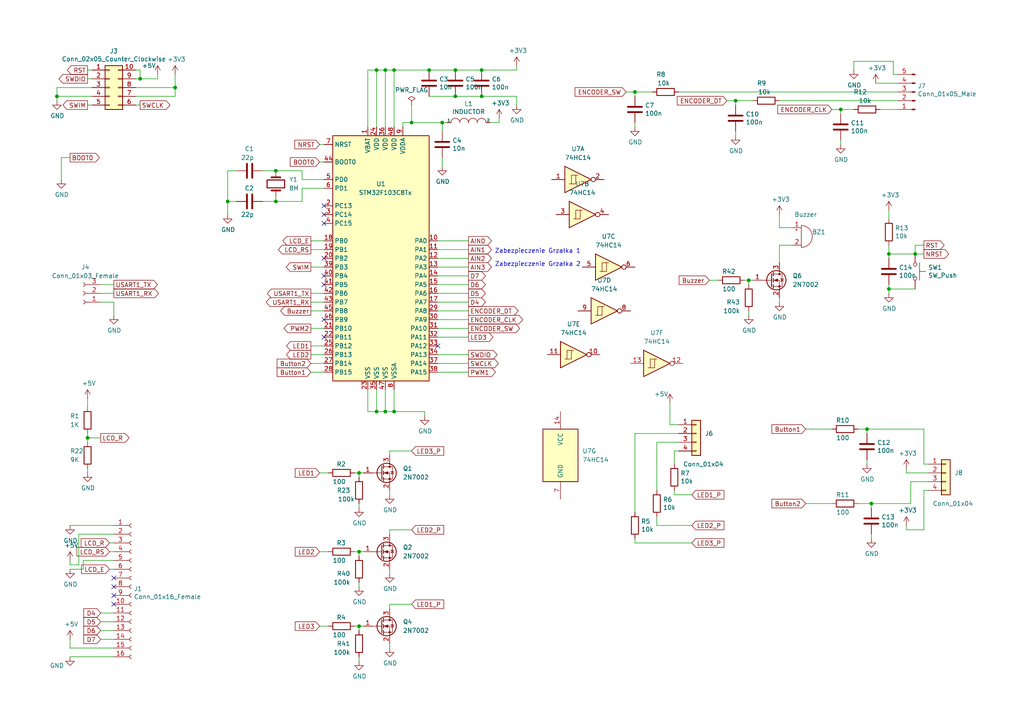
<source format=kicad_sch>
(kicad_sch (version 20231120) (generator "eeschema") (generator_version "8.0")
  (paper "A4")
  (title_block (rev "v2.0"))
  (junction (at 119.38 35.56))
  (junction (at 217.17 81.28))
  (junction (at 109.22 20.32))
  (junction (at 109.22 119.38))
  (junction (at 265.43 73.66))
  (junction (at 213.36 29.21))
  (junction (at 128.27 35.56))
  (junction (at 80.01 58.42))
  (junction (at 114.3 119.38))
  (junction (at 25.4 127))
  (junction (at 251.46 124.46))
  (junction (at 139.7 27.94))
  (junction (at 111.76 20.32))
  (junction (at 132.08 27.94))
  (junction (at 40.64 22.86))
  (junction (at 124.46 20.32))
  (junction (at 66.04 58.42))
  (junction (at 16.51 27.94))
  (junction (at 50.8 25.4))
  (junction (at 104.14 160.02))
  (junction (at 257.81 83.82))
  (junction (at 132.08 20.32))
  (junction (at 104.14 181.61))
  (junction (at 184.15 26.67))
  (junction (at 104.14 137.16))
  (junction (at 243.84 31.75))
  (junction (at 80.01 49.53))
  (junction (at 252.73 146.05))
  (junction (at 257.81 73.66))
  (junction (at 139.7 20.32))
  (junction (at 111.76 119.38))
  (junction (at 114.3 20.32))
  (no_connect (at 33.02 172.72))
  (no_connect (at 93.98 92.71))
  (no_connect (at 93.98 64.77))
  (no_connect (at 93.98 62.23))
  (no_connect (at 93.98 59.69))
  (no_connect (at 33.02 167.64))
  (no_connect (at 33.02 170.18))
  (no_connect (at 33.02 175.26))
  (no_connect (at 93.98 74.93))
  (no_connect (at 93.98 97.79))
  (no_connect (at 93.98 82.55))
  (no_connect (at 127 100.33))
  (no_connect (at 93.98 80.01))
  (wire (pts (xy 127 85.09) (xy 135.89 85.09)))
  (wire (pts (xy 87.63 58.42) (xy 80.01 58.42)))
  (wire (pts (xy 113.03 175.26) (xy 113.03 176.53)))
  (wire (pts (xy 226.06 71.12) (xy 229.87 71.12)))
  (wire (pts (xy 66.04 49.53) (xy 68.58 49.53)))
  (wire (pts (xy 92.71 41.91) (xy 93.98 41.91)))
  (wire (pts (xy 66.04 58.42) (xy 66.04 49.53)))
  (wire (pts (xy 195.58 142.24) (xy 195.58 143.51)))
  (wire (pts (xy 104.14 160.02) (xy 104.14 161.29)))
  (wire (pts (xy 127 95.25) (xy 135.89 95.25)))
  (wire (pts (xy 247.65 17.78) (xy 247.65 20.32)))
  (wire (pts (xy 184.15 26.67) (xy 184.15 27.94)))
  (wire (pts (xy 116.84 35.56) (xy 119.38 35.56)))
  (wire (pts (xy 226.06 86.36) (xy 226.06 87.63)))
  (wire (pts (xy 144.78 35.56) (xy 144.78 34.29)))
  (wire (pts (xy 33.02 190.5) (xy 20.32 190.5)))
  (wire (pts (xy 248.92 146.05) (xy 252.73 146.05)))
  (wire (pts (xy 102.87 160.02) (xy 104.14 160.02)))
  (wire (pts (xy 243.84 31.75) (xy 243.84 33.02)))
  (wire (pts (xy 127 74.93) (xy 135.89 74.93)))
  (wire (pts (xy 190.5 152.4) (xy 190.5 149.86)))
  (wire (pts (xy 229.87 66.04) (xy 226.06 66.04)))
  (wire (pts (xy 252.73 146.05) (xy 252.73 147.32)))
  (wire (pts (xy 243.84 40.64) (xy 243.84 41.91)))
  (wire (pts (xy 119.38 153.67) (xy 113.03 153.67)))
  (wire (pts (xy 195.58 143.51) (xy 200.66 143.51)))
  (wire (pts (xy 87.63 52.07) (xy 87.63 49.53)))
  (wire (pts (xy 127 69.85) (xy 135.89 69.85)))
  (wire (pts (xy 251.46 133.35) (xy 251.46 134.62)))
  (wire (pts (xy 267.97 142.24) (xy 267.97 153.67)))
  (wire (pts (xy 31.75 160.02) (xy 33.02 160.02)))
  (wire (pts (xy 226.06 29.21) (xy 260.35 29.21)))
  (wire (pts (xy 20.32 163.83) (xy 22.86 163.83)))
  (wire (pts (xy 269.24 137.16) (xy 262.89 137.16)))
  (wire (pts (xy 233.68 124.46) (xy 241.3 124.46)))
  (wire (pts (xy 76.2 49.53) (xy 80.01 49.53)))
  (wire (pts (xy 39.37 27.94) (xy 50.8 27.94)))
  (wire (pts (xy 25.4 125.73) (xy 25.4 127)))
  (wire (pts (xy 76.2 58.42) (xy 80.01 58.42)))
  (wire (pts (xy 29.21 182.88) (xy 33.02 182.88)))
  (wire (pts (xy 104.14 181.61) (xy 105.41 181.61)))
  (wire (pts (xy 25.4 127) (xy 25.4 128.27)))
  (wire (pts (xy 20.32 162.56) (xy 20.32 163.83)))
  (wire (pts (xy 106.68 36.83) (xy 106.68 20.32)))
  (wire (pts (xy 111.76 20.32) (xy 114.3 20.32)))
  (wire (pts (xy 104.14 160.02) (xy 105.41 160.02)))
  (wire (pts (xy 127 82.55) (xy 135.89 82.55)))
  (wire (pts (xy 251.46 124.46) (xy 251.46 125.73)))
  (wire (pts (xy 22.86 154.94) (xy 33.02 154.94)))
  (wire (pts (xy 139.7 27.94) (xy 149.86 27.94)))
  (wire (pts (xy 196.85 128.27) (xy 190.5 128.27)))
  (wire (pts (xy 25.4 127) (xy 29.21 127)))
  (wire (pts (xy 24.13 162.56) (xy 33.02 162.56)))
  (wire (pts (xy 265.43 73.66) (xy 257.81 73.66)))
  (wire (pts (xy 196.85 130.81) (xy 195.58 130.81)))
  (wire (pts (xy 184.15 35.56) (xy 184.15 36.83)))
  (wire (pts (xy 31.75 165.1) (xy 33.02 165.1)))
  (wire (pts (xy 20.32 165.1) (xy 24.13 165.1)))
  (wire (pts (xy 66.04 58.42) (xy 66.04 62.23)))
  (wire (pts (xy 92.71 46.99) (xy 93.98 46.99)))
  (wire (pts (xy 205.74 81.28) (xy 208.28 81.28)))
  (wire (pts (xy 29.21 177.8) (xy 33.02 177.8)))
  (wire (pts (xy 127 72.39) (xy 135.89 72.39)))
  (wire (pts (xy 16.51 27.94) (xy 26.67 27.94)))
  (wire (pts (xy 243.84 31.75) (xy 247.65 31.75)))
  (wire (pts (xy 25.4 20.32) (xy 26.67 20.32)))
  (wire (pts (xy 128.27 35.56) (xy 129.54 35.56)))
  (wire (pts (xy 104.14 181.61) (xy 104.14 182.88)))
  (wire (pts (xy 226.06 66.04) (xy 226.06 62.23)))
  (wire (pts (xy 123.19 119.38) (xy 123.19 120.65)))
  (wire (pts (xy 233.68 146.05) (xy 241.3 146.05)))
  (wire (pts (xy 26.67 22.86) (xy 25.4 22.86)))
  (wire (pts (xy 20.32 187.96) (xy 33.02 187.96)))
  (wire (pts (xy 90.17 69.85) (xy 93.98 69.85)))
  (wire (pts (xy 257.81 73.66) (xy 257.81 74.93)))
  (wire (pts (xy 111.76 113.03) (xy 111.76 119.38)))
  (wire (pts (xy 109.22 119.38) (xy 111.76 119.38)))
  (wire (pts (xy 113.03 186.69) (xy 113.03 187.96)))
  (wire (pts (xy 90.17 87.63) (xy 93.98 87.63)))
  (wire (pts (xy 39.37 25.4) (xy 50.8 25.4)))
  (wire (pts (xy 213.36 29.21) (xy 218.44 29.21)))
  (wire (pts (xy 92.71 181.61) (xy 95.25 181.61)))
  (wire (pts (xy 106.68 119.38) (xy 109.22 119.38)))
  (wire (pts (xy 40.64 20.32) (xy 40.64 22.86)))
  (wire (pts (xy 215.9 81.28) (xy 217.17 81.28)))
  (wire (pts (xy 50.8 21.59) (xy 50.8 25.4)))
  (wire (pts (xy 127 87.63) (xy 135.89 87.63)))
  (wire (pts (xy 269.24 142.24) (xy 267.97 142.24)))
  (wire (pts (xy 113.03 165.1) (xy 113.03 166.37)))
  (wire (pts (xy 128.27 48.26) (xy 128.27 45.72)))
  (wire (pts (xy 102.87 181.61) (xy 104.14 181.61)))
  (wire (pts (xy 90.17 85.09) (xy 93.98 85.09)))
  (wire (pts (xy 128.27 38.1) (xy 128.27 35.56)))
  (wire (pts (xy 210.82 29.21) (xy 213.36 29.21)))
  (wire (pts (xy 257.81 83.82) (xy 257.81 85.09)))
  (wire (pts (xy 248.92 124.46) (xy 251.46 124.46)))
  (wire (pts (xy 124.46 20.32) (xy 132.08 20.32)))
  (wire (pts (xy 20.32 152.4) (xy 33.02 152.4)))
  (wire (pts (xy 149.86 20.32) (xy 149.86 19.05)))
  (wire (pts (xy 93.98 54.61) (xy 87.63 54.61)))
  (wire (pts (xy 184.15 125.73) (xy 184.15 148.59)))
  (wire (pts (xy 260.35 24.13) (xy 254 24.13)))
  (wire (pts (xy 267.97 153.67) (xy 262.89 153.67)))
  (wire (pts (xy 26.67 30.48) (xy 25.4 30.48)))
  (wire (pts (xy 29.21 82.55) (xy 33.02 82.55)))
  (wire (pts (xy 104.14 137.16) (xy 104.14 138.43)))
  (wire (pts (xy 127 92.71) (xy 135.89 92.71)))
  (wire (pts (xy 251.46 124.46) (xy 267.97 124.46)))
  (wire (pts (xy 20.32 185.42) (xy 20.32 187.96)))
  (wire (pts (xy 29.21 85.09) (xy 33.02 85.09)))
  (wire (pts (xy 127 80.01) (xy 135.89 80.01)))
  (wire (pts (xy 114.3 20.32) (xy 124.46 20.32)))
  (wire (pts (xy 104.14 168.91) (xy 104.14 170.18)))
  (wire (pts (xy 116.84 36.83) (xy 116.84 35.56)))
  (wire (pts (xy 226.06 76.2) (xy 226.06 71.12)))
  (wire (pts (xy 196.85 123.19) (xy 194.31 123.19)))
  (wire (pts (xy 114.3 119.38) (xy 123.19 119.38)))
  (wire (pts (xy 90.17 105.41) (xy 93.98 105.41)))
  (wire (pts (xy 29.21 87.63) (xy 33.02 87.63)))
  (wire (pts (xy 119.38 130.81) (xy 113.03 130.81)))
  (wire (pts (xy 90.17 90.17) (xy 93.98 90.17)))
  (wire (pts (xy 213.36 38.1) (xy 213.36 39.37)))
  (wire (pts (xy 262.89 137.16) (xy 262.89 135.89)))
  (wire (pts (xy 29.21 180.34) (xy 33.02 180.34)))
  (wire (pts (xy 29.21 185.42) (xy 33.02 185.42)))
  (wire (pts (xy 87.63 49.53) (xy 80.01 49.53)))
  (wire (pts (xy 127 77.47) (xy 135.89 77.47)))
  (wire (pts (xy 194.31 123.19) (xy 194.31 116.84)))
  (wire (pts (xy 265.43 71.12) (xy 267.97 71.12)))
  (wire (pts (xy 196.85 26.67) (xy 260.35 26.67)))
  (wire (pts (xy 113.03 153.67) (xy 113.03 154.94)))
  (wire (pts (xy 114.3 36.83) (xy 114.3 20.32)))
  (wire (pts (xy 113.03 142.24) (xy 113.03 143.51)))
  (wire (pts (xy 31.75 157.48) (xy 33.02 157.48)))
  (wire (pts (xy 184.15 26.67) (xy 189.23 26.67)))
  (wire (pts (xy 90.17 95.25) (xy 93.98 95.25)))
  (wire (pts (xy 119.38 175.26) (xy 113.03 175.26)))
  (wire (pts (xy 257.81 60.96) (xy 257.81 63.5)))
  (wire (pts (xy 109.22 20.32) (xy 111.76 20.32)))
  (wire (pts (xy 119.38 35.56) (xy 128.27 35.56)))
  (wire (pts (xy 104.14 137.16) (xy 105.41 137.16)))
  (wire (pts (xy 68.58 58.42) (xy 66.04 58.42)))
  (wire (pts (xy 22.86 163.83) (xy 22.86 154.94)))
  (wire (pts (xy 217.17 81.28) (xy 217.17 82.55)))
  (wire (pts (xy 127 90.17) (xy 135.89 90.17)))
  (wire (pts (xy 114.3 113.03) (xy 114.3 119.38)))
  (wire (pts (xy 109.22 113.03) (xy 109.22 119.38)))
  (wire (pts (xy 265.43 73.66) (xy 267.97 73.66)))
  (wire (pts (xy 200.66 157.48) (xy 184.15 157.48)))
  (wire (pts (xy 80.01 58.42) (xy 80.01 57.15)))
  (wire (pts (xy 16.51 25.4) (xy 16.51 27.94)))
  (wire (pts (xy 267.97 134.62) (xy 269.24 134.62)))
  (wire (pts (xy 217.17 81.28) (xy 218.44 81.28)))
  (wire (pts (xy 45.72 22.86) (xy 45.72 21.59)))
  (wire (pts (xy 132.08 27.94) (xy 139.7 27.94)))
  (wire (pts (xy 184.15 157.48) (xy 184.15 156.21)))
  (wire (pts (xy 262.89 153.67) (xy 262.89 152.4)))
  (wire (pts (xy 252.73 154.94) (xy 252.73 156.21)))
  (wire (pts (xy 87.63 54.61) (xy 87.63 58.42)))
  (wire (pts (xy 132.08 20.32) (xy 139.7 20.32)))
  (wire (pts (xy 267.97 124.46) (xy 267.97 134.62)))
  (wire (pts (xy 195.58 130.81) (xy 195.58 134.62)))
  (wire (pts (xy 213.36 29.21) (xy 213.36 30.48)))
  (wire (pts (xy 93.98 72.39) (xy 90.17 72.39)))
  (wire (pts (xy 139.7 20.32) (xy 149.86 20.32)))
  (wire (pts (xy 93.98 52.07) (xy 87.63 52.07)))
  (wire (pts (xy 127 102.87) (xy 135.89 102.87)))
  (wire (pts (xy 90.17 107.95) (xy 93.98 107.95)))
  (wire (pts (xy 259.08 21.59) (xy 260.35 21.59)))
  (wire (pts (xy 127 107.95) (xy 135.89 107.95)))
  (wire (pts (xy 90.17 100.33) (xy 93.98 100.33)))
  (wire (pts (xy 181.61 26.67) (xy 184.15 26.67)))
  (wire (pts (xy 257.81 82.55) (xy 257.81 83.82)))
  (wire (pts (xy 142.24 35.56) (xy 144.78 35.56)))
  (wire (pts (xy 190.5 128.27) (xy 190.5 142.24)))
  (wire (pts (xy 255.27 31.75) (xy 260.35 31.75)))
  (wire (pts (xy 111.76 119.38) (xy 114.3 119.38)))
  (wire (pts (xy 93.98 77.47) (xy 90.17 77.47)))
  (wire (pts (xy 104.14 146.05) (xy 104.14 147.32)))
  (wire (pts (xy 39.37 22.86) (xy 40.64 22.86)))
  (wire (pts (xy 104.14 190.5) (xy 104.14 191.77)))
  (wire (pts (xy 24.13 165.1) (xy 24.13 162.56)))
  (wire (pts (xy 17.78 45.72) (xy 17.78 52.07)))
  (wire (pts (xy 39.37 20.32) (xy 40.64 20.32)))
  (wire (pts (xy 109.22 36.83) (xy 109.22 20.32)))
  (wire (pts (xy 92.71 160.02) (xy 95.25 160.02)))
  (wire (pts (xy 217.17 90.17) (xy 217.17 91.44)))
  (wire (pts (xy 111.76 36.83) (xy 111.76 20.32)))
  (wire (pts (xy 200.66 152.4) (xy 190.5 152.4)))
  (wire (pts (xy 106.68 20.32) (xy 109.22 20.32)))
  (wire (pts (xy 257.81 71.12) (xy 257.81 73.66)))
  (wire (pts (xy 196.85 125.73) (xy 184.15 125.73)))
  (wire (pts (xy 102.87 137.16) (xy 104.14 137.16)))
  (wire (pts (xy 90.17 102.87) (xy 93.98 102.87)))
  (wire (pts (xy 106.68 113.03) (xy 106.68 119.38)))
  (wire (pts (xy 25.4 135.89) (xy 25.4 137.16)))
  (wire (pts (xy 26.67 25.4) (xy 16.51 25.4)))
  (wire (pts (xy 252.73 146.05) (xy 264.16 146.05)))
  (wire (pts (xy 20.32 45.72) (xy 17.78 45.72)))
  (wire (pts (xy 259.08 17.78) (xy 259.08 21.59)))
  (wire (pts (xy 113.03 130.81) (xy 113.03 132.08)))
  (wire (pts (xy 50.8 27.94) (xy 50.8 25.4)))
  (wire (pts (xy 257.81 83.82) (xy 265.43 83.82)))
  (wire (pts (xy 16.51 27.94) (xy 16.51 29.21)))
  (wire (pts (xy 25.4 115.57) (xy 25.4 118.11)))
  (wire (pts (xy 127 105.41) (xy 135.89 105.41)))
  (wire (pts (xy 149.86 27.94) (xy 149.86 30.48)))
  (wire (pts (xy 127 97.79) (xy 135.89 97.79)))
  (wire (pts (xy 119.38 30.48) (xy 119.38 35.56)))
  (wire (pts (xy 92.71 137.16) (xy 95.25 137.16)))
  (wire (pts (xy 265.43 73.66) (xy 265.43 71.12)))
  (wire (pts (xy 264.16 146.05) (xy 264.16 139.7)))
  (wire (pts (xy 124.46 27.94) (xy 132.08 27.94)))
  (wire (pts (xy 264.16 139.7) (xy 269.24 139.7)))
  (wire (pts (xy 247.65 17.78) (xy 259.08 17.78)))
  (wire (pts (xy 39.37 30.48) (xy 40.64 30.48)))
  (wire (pts (xy 40.64 22.86) (xy 45.72 22.86)))
  (wire (pts (xy 33.02 87.63) (xy 33.02 91.44)))
  (wire (pts (xy 241.3 31.75) (xy 243.84 31.75)))
  (text "Zabezpieczenie Grzałka 2\n" (at 143.51 77.47 0) (effects (font (size 1.27 1.27)) (justify left bottom)))
  (text "Zabezpieczenie Grzałka 1" (at 143.51 73.66 0) (effects (font (size 1.27 1.27)) (justify left bottom)))
  (global_label "AIN1" (shape output) (at 135.89 72.39 0) (property "Intersheetrefs" "${INTERSHEET_REFS}" (effects (hide yes))) (property "Odnośniki między arkuszami" "${INTERSHEET_REFS}" (effects (hide yes))))
  (global_label "SWIM" (shape output) (at 25.4 30.48 180) (property "Intersheetrefs" "${INTERSHEET_REFS}" (effects (hide yes))) (property "Odnośniki między arkuszami" "${INTERSHEET_REFS}" (effects (hide yes))))
  (global_label "D7" (shape output) (at 135.89 80.01 0) (property "Intersheetrefs" "${INTERSHEET_REFS}" (effects (hide yes))) (property "Odnośniki między arkuszami" "${INTERSHEET_REFS}" (effects (hide yes))))
  (global_label "LED2_P" (shape input) (at 200.66 152.4 0) (property "Intersheetrefs" "${INTERSHEET_REFS}" (effects (hide yes))) (property "Odnośniki między arkuszami" "${INTERSHEET_REFS}" (effects (hide yes))))
  (global_label "LED1" (shape output) (at 90.17 100.33 180) (property "Intersheetrefs" "${INTERSHEET_REFS}" (effects (hide yes))) (property "Odnośniki między arkuszami" "${INTERSHEET_REFS}" (effects (hide yes))))
  (global_label "LED2" (shape input) (at 92.71 160.02 180) (property "Intersheetrefs" "${INTERSHEET_REFS}" (effects (hide yes))) (property "Odnośniki między arkuszami" "${INTERSHEET_REFS}" (effects (hide yes))))
  (global_label "Button2" (shape input) (at 90.17 105.41 180) (property "Intersheetrefs" "${INTERSHEET_REFS}" (effects (hide yes))) (property "Odnośniki między arkuszami" "${INTERSHEET_REFS}" (effects (hide yes))))
  (global_label "LED3" (shape input) (at 92.71 181.61 180) (property "Intersheetrefs" "${INTERSHEET_REFS}" (effects (hide yes))) (property "Odnośniki między arkuszami" "${INTERSHEET_REFS}" (effects (hide yes))))
  (global_label "D6" (shape input) (at 29.21 182.88 180) (property "Intersheetrefs" "${INTERSHEET_REFS}" (effects (hide yes))) (property "Odnośniki między arkuszami" "${INTERSHEET_REFS}" (effects (hide yes))))
  (global_label "BOOT0" (shape input) (at 92.71 46.99 180) (property "Intersheetrefs" "${INTERSHEET_REFS}" (effects (hide yes))) (property "Odnośniki między arkuszami" "${INTERSHEET_REFS}" (effects (hide yes))))
  (global_label "D5" (shape input) (at 29.21 180.34 180) (property "Intersheetrefs" "${INTERSHEET_REFS}" (effects (hide yes))) (property "Odnośniki między arkuszami" "${INTERSHEET_REFS}" (effects (hide yes))))
  (global_label "D4" (shape input) (at 29.21 177.8 180) (property "Intersheetrefs" "${INTERSHEET_REFS}" (effects (hide yes))) (property "Odnośniki między arkuszami" "${INTERSHEET_REFS}" (effects (hide yes))))
  (global_label "RST" (shape output) (at 25.4 20.32 180) (property "Intersheetrefs" "${INTERSHEET_REFS}" (effects (hide yes))) (property "Odnośniki między arkuszami" "${INTERSHEET_REFS}" (effects (hide yes))))
  (global_label "ENCODER_CLK" (shape output) (at 135.89 92.71 0) (property "Intersheetrefs" "${INTERSHEET_REFS}" (effects (hide yes))) (property "Odnośniki między arkuszami" "${INTERSHEET_REFS}" (effects (hide yes))))
  (global_label "PWM1" (shape output) (at 135.89 107.95 0) (property "Intersheetrefs" "${INTERSHEET_REFS}" (effects (hide yes))) (property "Odnośniki między arkuszami" "${INTERSHEET_REFS}" (effects (hide yes))))
  (global_label "LED3_P" (shape input) (at 119.38 130.81 0) (property "Intersheetrefs" "${INTERSHEET_REFS}" (effects (hide yes))) (property "Odnośniki między arkuszami" "${INTERSHEET_REFS}" (effects (hide yes))))
  (global_label "USART1_TX" (shape output) (at 90.17 85.09 180) (property "Intersheetrefs" "${INTERSHEET_REFS}" (effects (hide yes))) (property "Odnośniki między arkuszami" "${INTERSHEET_REFS}" (effects (hide yes))))
  (global_label "SWDIO" (shape output) (at 135.89 102.87 0) (property "Intersheetrefs" "${INTERSHEET_REFS}" (effects (hide yes))) (property "Odnośniki między arkuszami" "${INTERSHEET_REFS}" (effects (hide yes))))
  (global_label "PWM2" (shape output) (at 90.17 95.25 180) (property "Intersheetrefs" "${INTERSHEET_REFS}" (effects (hide yes))) (property "Odnośniki między arkuszami" "${INTERSHEET_REFS}" (effects (hide yes))))
  (global_label "LCD_RS" (shape output) (at 90.17 72.39 180) (property "Intersheetrefs" "${INTERSHEET_REFS}" (effects (hide yes))) (property "Odnośniki między arkuszami" "${INTERSHEET_REFS}" (effects (hide yes))))
  (global_label "D7" (shape input) (at 29.21 185.42 180) (property "Intersheetrefs" "${INTERSHEET_REFS}" (effects (hide yes))) (property "Odnośniki między arkuszami" "${INTERSHEET_REFS}" (effects (hide yes))))
  (global_label "Buzzer" (shape output) (at 90.17 90.17 180) (property "Intersheetrefs" "${INTERSHEET_REFS}" (effects (hide yes))) (property "Odnośniki między arkuszami" "${INTERSHEET_REFS}" (effects (hide yes))))
  (global_label "ENCODER_DT" (shape input) (at 210.82 29.21 180) (property "Intersheetrefs" "${INTERSHEET_REFS}" (effects (hide yes))) (property "Odnośniki między arkuszami" "${INTERSHEET_REFS}" (effects (hide yes))))
  (global_label "USART1_RX" (shape output) (at 90.17 87.63 180) (property "Intersheetrefs" "${INTERSHEET_REFS}" (effects (hide yes))) (property "Odnośniki między arkuszami" "${INTERSHEET_REFS}" (effects (hide yes))))
  (global_label "LED3_P" (shape input) (at 200.66 157.48 0) (property "Intersheetrefs" "${INTERSHEET_REFS}" (effects (hide yes))) (property "Odnośniki między arkuszami" "${INTERSHEET_REFS}" (effects (hide yes))))
  (global_label "LCD_E" (shape input) (at 31.75 165.1 180) (property "Intersheetrefs" "${INTERSHEET_REFS}" (effects (hide yes))) (property "Odnośniki między arkuszami" "${INTERSHEET_REFS}" (effects (hide yes))))
  (global_label "LCD_RS" (shape input) (at 31.75 160.02 180) (property "Intersheetrefs" "${INTERSHEET_REFS}" (effects (hide yes))) (property "Odnośniki między arkuszami" "${INTERSHEET_REFS}" (effects (hide yes))))
  (global_label "USART1_TX" (shape output) (at 33.02 82.55 0) (property "Intersheetrefs" "${INTERSHEET_REFS}" (effects (hide yes))) (property "Odnośniki między arkuszami" "${INTERSHEET_REFS}" (effects (hide yes))))
  (global_label "ENCODER_SW" (shape output) (at 135.89 95.25 0) (property "Intersheetrefs" "${INTERSHEET_REFS}" (effects (hide yes))) (property "Odnośniki między arkuszami" "${INTERSHEET_REFS}" (effects (hide yes))))
  (global_label "LED1_P" (shape input) (at 119.38 175.26 0) (property "Intersheetrefs" "${INTERSHEET_REFS}" (effects (hide yes))) (property "Odnośniki między arkuszami" "${INTERSHEET_REFS}" (effects (hide yes))))
  (global_label "SWDIO" (shape output) (at 25.4 22.86 180) (property "Intersheetrefs" "${INTERSHEET_REFS}" (effects (hide yes))) (property "Odnośniki między arkuszami" "${INTERSHEET_REFS}" (effects (hide yes))))
  (global_label "LCD_E" (shape output) (at 90.17 69.85 180) (property "Intersheetrefs" "${INTERSHEET_REFS}" (effects (hide yes))) (property "Odnośniki między arkuszami" "${INTERSHEET_REFS}" (effects (hide yes))))
  (global_label "D5" (shape output) (at 135.89 85.09 0) (property "Intersheetrefs" "${INTERSHEET_REFS}" (effects (hide yes))) (property "Odnośniki między arkuszami" "${INTERSHEET_REFS}" (effects (hide yes))))
  (global_label "LCD_R" (shape input) (at 31.75 157.48 180) (property "Intersheetrefs" "${INTERSHEET_REFS}" (effects (hide yes))) (property "Odnośniki między arkuszami" "${INTERSHEET_REFS}" (effects (hide yes))))
  (global_label "LED2" (shape output) (at 90.17 102.87 180) (property "Intersheetrefs" "${INTERSHEET_REFS}" (effects (hide yes))) (property "Odnośniki między arkuszami" "${INTERSHEET_REFS}" (effects (hide yes))))
  (global_label "ENCODER_CLK" (shape input) (at 241.3 31.75 180) (property "Intersheetrefs" "${INTERSHEET_REFS}" (effects (hide yes))) (property "Odnośniki między arkuszami" "${INTERSHEET_REFS}" (effects (hide yes))))
  (global_label "RST" (shape output) (at 267.97 71.12 0) (property "Intersheetrefs" "${INTERSHEET_REFS}" (effects (hide yes))) (property "Odnośniki między arkuszami" "${INTERSHEET_REFS}" (effects (hide yes))))
  (global_label "LCD_R" (shape output) (at 29.21 127 0) (property "Intersheetrefs" "${INTERSHEET_REFS}" (effects (hide yes))) (property "Odnośniki między arkuszami" "${INTERSHEET_REFS}" (effects (hide yes))))
  (global_label "ENCODER_SW" (shape input) (at 181.61 26.67 180) (property "Intersheetrefs" "${INTERSHEET_REFS}" (effects (hide yes))) (property "Odnośniki między arkuszami" "${INTERSHEET_REFS}" (effects (hide yes))))
  (global_label "D4" (shape output) (at 135.89 87.63 0) (property "Intersheetrefs" "${INTERSHEET_REFS}" (effects (hide yes))) (property "Odnośniki między arkuszami" "${INTERSHEET_REFS}" (effects (hide yes))))
  (global_label "USART1_RX" (shape output) (at 33.02 85.09 0) (property "Intersheetrefs" "${INTERSHEET_REFS}" (effects (hide yes))) (property "Odnośniki między arkuszami" "${INTERSHEET_REFS}" (effects (hide yes))))
  (global_label "NRST" (shape input) (at 92.71 41.91 180) (property "Intersheetrefs" "${INTERSHEET_REFS}" (effects (hide yes))) (property "Odnośniki między arkuszami" "${INTERSHEET_REFS}" (effects (hide yes))))
  (global_label "AIN2" (shape output) (at 135.89 74.93 0) (property "Intersheetrefs" "${INTERSHEET_REFS}" (effects (hide yes))) (property "Odnośniki między arkuszami" "${INTERSHEET_REFS}" (effects (hide yes))))
  (global_label "LED1_P" (shape input) (at 200.66 143.51 0) (property "Intersheetrefs" "${INTERSHEET_REFS}" (effects (hide yes))) (property "Odnośniki między arkuszami" "${INTERSHEET_REFS}" (effects (hide yes))))
  (global_label "Button2" (shape input) (at 233.68 146.05 180) (property "Intersheetrefs" "${INTERSHEET_REFS}" (effects (hide yes))) (property "Odnośniki między arkuszami" "${INTERSHEET_REFS}" (effects (hide yes))))
  (global_label "Button1" (shape input) (at 233.68 124.46 180) (property "Intersheetrefs" "${INTERSHEET_REFS}" (effects (hide yes))) (property "Odnośniki między arkuszami" "${INTERSHEET_REFS}" (effects (hide yes))))
  (global_label "AIN3" (shape output) (at 135.89 77.47 0) (property "Intersheetrefs" "${INTERSHEET_REFS}" (effects (hide yes))) (property "Odnośniki między arkuszami" "${INTERSHEET_REFS}" (effects (hide yes))))
  (global_label "LED2_P" (shape input) (at 119.38 153.67 0) (property "Intersheetrefs" "${INTERSHEET_REFS}" (effects (hide yes))) (property "Odnośniki między arkuszami" "${INTERSHEET_REFS}" (effects (hide yes))))
  (global_label "Button1" (shape input) (at 90.17 107.95 180) (property "Intersheetrefs" "${INTERSHEET_REFS}" (effects (hide yes))) (property "Odnośniki między arkuszami" "${INTERSHEET_REFS}" (effects (hide yes))))
  (global_label "ENCODER_DT" (shape output) (at 135.89 90.17 0) (property "Intersheetrefs" "${INTERSHEET_REFS}" (effects (hide yes))) (property "Odnośniki między arkuszami" "${INTERSHEET_REFS}" (effects (hide yes))))
  (global_label "AIN0" (shape output) (at 135.89 69.85 0) (property "Intersheetrefs" "${INTERSHEET_REFS}" (effects (hide yes))) (property "Odnośniki między arkuszami" "${INTERSHEET_REFS}" (effects (hide yes))))
  (global_label "NRST" (shape output) (at 267.97 73.66 0) (property "Intersheetrefs" "${INTERSHEET_REFS}" (effects (hide yes))) (property "Odnośniki między arkuszami" "${INTERSHEET_REFS}" (effects (hide yes))))
  (global_label "LED1" (shape input) (at 92.71 137.16 180) (property "Intersheetrefs" "${INTERSHEET_REFS}" (effects (hide yes))) (property "Odnośniki między arkuszami" "${INTERSHEET_REFS}" (effects (hide yes))))
  (global_label "Buzzer" (shape input) (at 205.74 81.28 180) (property "Intersheetrefs" "${INTERSHEET_REFS}" (effects (hide yes))) (property "Odnośniki między arkuszami" "${INTERSHEET_REFS}" (effects (hide yes))))
  (global_label "SWCLK" (shape output) (at 135.89 105.41 0) (property "Intersheetrefs" "${INTERSHEET_REFS}" (effects (hide yes))) (property "Odnośniki między arkuszami" "${INTERSHEET_REFS}" (effects (hide yes))))
  (global_label "D6" (shape output) (at 135.89 82.55 0) (property "Intersheetrefs" "${INTERSHEET_REFS}" (effects (hide yes))) (property "Odnośniki między arkuszami" "${INTERSHEET_REFS}" (effects (hide yes))))
  (global_label "BOOT0" (shape output) (at 20.32 45.72 0) (property "Intersheetrefs" "${INTERSHEET_REFS}" (effects (hide yes))) (property "Odnośniki między arkuszami" "${INTERSHEET_REFS}" (effects (hide yes))))
  (global_label "SWCLK" (shape output) (at 40.64 30.48 0) (property "Intersheetrefs" "${INTERSHEET_REFS}" (effects (hide yes))) (property "Odnośniki między arkuszami" "${INTERSHEET_REFS}" (effects (hide yes))))
  (global_label "LED3" (shape output) (at 135.89 97.79 0) (property "Intersheetrefs" "${INTERSHEET_REFS}" (effects (hide yes))) (property "Odnośniki między arkuszami" "${INTERSHEET_REFS}" (effects (hide yes))))
  (global_label "SWIM" (shape output) (at 90.17 77.47 180) (property "Intersheetrefs" "${INTERSHEET_REFS}" (effects (hide yes))) (property "Odnośniki między arkuszami" "${INTERSHEET_REFS}" (effects (hide yes))))
  (symbol (lib_id "74xx:74HC14") (at 190.5 105.41 0) (unit 6)
    (property "Reference" "U7" (at 190.5 96.52 0))
    (property "Value" "74HC14" (at 190.5 99.06 0))
    (property "Datasheet" "http://www.ti.com/lit/gpn/sn74HC14" (effects (hide yes)))
  )
  (symbol (lib_id "Device:R") (at 217.17 86.36 180) (unit 1)
    (property "Reference" "R43" (at 214.63 87.63 0) (effects (justify left)))
    (property "Value" "100k" (at 214.63 90.17 0) (effects (justify left)))
    (property "Footprint" "Resistor_SMD:R_0805_2012Metric_Pad1.20x1.40mm_HandSolder" (effects (hide yes)))
  )
  (symbol (lib_id "Device:C") (at 139.7 24.13 0) (unit 1)
    (property "Reference" "C6" (at 142.621 22.9616 0) (effects (justify left)))
    (property "Value" "100n" (at 142.621 25.273 0) (effects (justify left)))
    (property "Footprint" "Capacitor_SMD:C_0805_2012Metric_Pad1.18x1.45mm_HandSolder" (effects (hide yes)))
  )
  (symbol (lib_id "Device:R") (at 99.06 160.02 90) (unit 1)
    (property "Reference" "R3" (at 100.33 157.48 90) (effects (justify left)))
    (property "Value" "100" (at 100.33 162.56 90) (effects (justify left)))
    (property "Footprint" "Resistor_SMD:R_0805_2012Metric_Pad1.20x1.40mm_HandSolder" (effects (hide yes)))
  )
  (symbol (lib_id "power:GND") (at 257.81 85.09 0) (unit 1)
    (property "Reference" "#PWR0116" (effects (hide yes)))
    (property "Value" "GND" (at 257.937 89.4842 0))
  )
  (symbol (lib_id "Device:R") (at 190.5 146.05 0) (unit 1)
    (property "Reference" "R6" (at 192.278 144.8816 0) (effects (justify left)))
    (property "Value" "10k" (at 192.278 147.193 0) (effects (justify left)))
    (property "Footprint" "Resistor_SMD:R_0805_2012Metric_Pad1.20x1.40mm_HandSolder" (effects (hide yes)))
  )
  (symbol (lib_id "power:GND") (at 104.14 170.18 0) (unit 1)
    (property "Reference" "#PWR012" (effects (hide yes)))
    (property "Value" "GND" (at 104.267 174.5742 0))
  )
  (symbol (lib_id "power:PWR_FLAG") (at 119.38 30.48 0) (unit 1)
    (property "Reference" "#FLG0101" (effects (hide yes)))
    (property "Value" "PWR_FLAG" (at 119.38 26.0858 0))
  )
  (symbol (lib_id "SI_kicad-rescue:+3.3V-power") (at 144.78 34.29 0) (unit 1)
    (property "Reference" "#PWR0121" (effects (hide yes)))
    (property "Value" "+3V3" (at 145.161 29.8958 0))
  )
  (symbol (lib_id "Device:C") (at 257.81 78.74 0) (unit 1)
    (property "Reference" "C14" (at 260.731 77.5716 0) (effects (justify left)))
    (property "Value" "100n" (at 260.731 79.883 0) (effects (justify left)))
    (property "Footprint" "Capacitor_SMD:C_0805_2012Metric_Pad1.18x1.45mm_HandSolder" (effects (hide yes)))
  )
  (symbol (lib_id "74xx:74HC14") (at 167.64 52.07 0) (unit 1)
    (property "Reference" "U7" (at 167.64 43.18 0))
    (property "Value" "74HC14" (at 167.64 45.72 0))
    (property "Datasheet" "http://www.ti.com/lit/gpn/sn74HC14" (effects (hide yes)))
  )
  (symbol (lib_id "power:GND") (at 20.32 152.4 0) (unit 1)
    (property "Reference" "#PWR0101" (effects (hide yes)))
    (property "Value" "GND" (at 20.447 156.7942 0))
  )
  (symbol (lib_id "Connector:Conn_01x16_Female") (at 38.1 170.18 0) (unit 1)
    (property "Reference" "J1" (at 38.8112 170.7896 0) (effects (justify left)))
    (property "Value" "Conn_01x16_Female" (at 38.8112 173.101 0) (effects (justify left)))
    (property "Footprint" "Connector_PinSocket_2.54mm:PinSocket_1x16_P2.54mm_Vertical" (effects (hide yes)))
  )
  (symbol (lib_id "SI_kicad-rescue:+3.3V-power") (at 262.89 135.89 0) (unit 1)
    (property "Reference" "#PWR07" (effects (hide yes)))
    (property "Value" "+3V3" (at 263.271 131.4958 0))
  )
  (symbol (lib_id "power:+5V") (at 194.31 116.84 0) (unit 1)
    (property "Reference" "#PWR04" (effects (hide yes)))
    (property "Value" "+5V" (at 191.77 114.3 0))
  )
  (symbol (lib_id "Device:R") (at 104.14 165.1 180) (unit 1)
    (property "Reference" "R40" (at 101.6 166.37 0) (effects (justify left)))
    (property "Value" "100k" (at 101.6 168.91 0) (effects (justify left)))
    (property "Footprint" "Resistor_SMD:R_0805_2012Metric_Pad1.20x1.40mm_HandSolder" (effects (hide yes)))
  )
  (symbol (lib_id "Transistor_FET:2N7002") (at 110.49 160.02 0) (unit 1)
    (property "Reference" "Q2" (at 116.84 158.7499 0) (effects (justify left)))
    (property "Value" "2N7002" (at 116.84 161.2899 0) (effects (justify left)))
    (property "Footprint" "Package_TO_SOT_SMD:SOT-23" (effects (hide yes)))
    (property "Datasheet" "https://www.onsemi.com/pub/Collateral/NDS7002A-D.PDF" (effects (hide yes)))
  )
  (symbol (lib_id "Device:C") (at 124.46 24.13 0) (unit 1)
    (property "Reference" "C3" (at 127.381 22.9616 0) (effects (justify left)))
    (property "Value" "10n" (at 127.381 25.273 0) (effects (justify left)))
    (property "Footprint" "Capacitor_SMD:C_0805_2012Metric_Pad1.18x1.45mm_HandSolder" (effects (hide yes)))
  )
  (symbol (lib_id "Device:C") (at 72.39 58.42 90) (unit 1)
    (property "Reference" "C2" (at 73.66 54.61 90) (effects (justify left)))
    (property "Value" "22p" (at 73.66 62.23 90) (effects (justify left)))
    (property "Footprint" "Capacitor_SMD:C_0805_2012Metric_Pad1.18x1.45mm_HandSolder" (effects (hide yes)))
  )
  (symbol (lib_id "SI_kicad-rescue:+3.3V-power") (at 262.89 152.4 0) (unit 1)
    (property "Reference" "#PWR08" (effects (hide yes)))
    (property "Value" "+3V3" (at 263.271 148.0058 0))
  )
  (symbol (lib_id "Device:C") (at 184.15 31.75 0) (unit 1)
    (property "Reference" "C7" (at 187.071 30.5816 0) (effects (justify left)))
    (property "Value" "100n" (at 187.071 32.893 0) (effects (justify left)))
    (property "Footprint" "Capacitor_SMD:C_0805_2012Metric_Pad1.18x1.45mm_HandSolder" (effects (hide yes)))
  )
  (symbol (lib_id "MCU_ST_STM32F1:STM32F103C8Tx") (at 111.76 74.93 0) (unit 1)
    (property "Reference" "U1" (at 110.49 53.34 0))
    (property "Value" "STM32F103C8Tx" (at 111.76 55.88 0))
    (property "Footprint" "Package_QFP:LQFP-48_7x7mm_P0.5mm" (effects (hide yes)))
    (property "Datasheet" "http://www.st.com/st-web-ui/static/active/en/resource/technical/document/datasheet/CD00161566.pdf" (effects (hide yes)))
  )
  (symbol (lib_id "power:GND") (at 25.4 137.16 0) (unit 1)
    (property "Reference" "#PWR010" (effects (hide yes)))
    (property "Value" "GND" (at 25.527 141.5542 0))
  )
  (symbol (lib_id "Device:R") (at 104.14 186.69 180) (unit 1)
    (property "Reference" "R41" (at 101.6 186.69 0) (effects (justify left)))
    (property "Value" "100k" (at 101.6 189.23 0) (effects (justify left)))
    (property "Footprint" "Resistor_SMD:R_0805_2012Metric_Pad1.20x1.40mm_HandSolder" (effects (hide yes)))
  )
  (symbol (lib_id "Switch:SW_Push") (at 265.43 78.74 270) (unit 1)
    (property "Reference" "SW1" (at 269.1892 77.5716 90) (effects (justify left)))
    (property "Value" "SW_Push" (at 269.1892 79.883 90) (effects (justify left)))
    (property "Footprint" "Button_Switch_SMD:SW_SPST_EVQPE1" (effects (hide yes)))
  )
  (symbol (lib_id "power:GND") (at 213.36 39.37 0) (unit 1)
    (property "Reference" "#PWR0162" (effects (hide yes)))
    (property "Value" "GND" (at 213.487 43.7642 0))
  )
  (symbol (lib_id "Device:R") (at 193.04 26.67 90) (unit 1)
    (property "Reference" "R8" (at 193.04 21.59 90) (effects (justify left)))
    (property "Value" "10k" (at 194.31 24.13 90) (effects (justify left)))
    (property "Footprint" "Resistor_SMD:R_0805_2012Metric_Pad1.20x1.40mm_HandSolder" (effects (hide yes)))
  )
  (symbol (lib_id "power:GND") (at 113.03 166.37 0) (unit 1)
    (property "Reference" "#PWR02" (effects (hide yes)))
    (property "Value" "GND" (at 113.157 170.7642 0))
  )
  (symbol (lib_id "Connector_Generic:Conn_02x05_Counter_Clockwise") (at 31.75 25.4 0) (unit 1)
    (property "Reference" "J3" (at 33.02 14.8082 0))
    (property "Value" "Conn_02x05_Counter_Clockwise" (at 33.02 17.1196 0))
    (property "Footprint" "Connector_PinHeader_2.54mm:PinHeader_2x05_P2.54mm_Vertical" (effects (hide yes)))
  )
  (symbol (lib_id "SI_kicad-rescue:+3.3V-power") (at 226.06 62.23 0) (unit 1)
    (property "Reference" "#PWR015" (effects (hide yes)))
    (property "Value" "+3V3" (at 226.441 57.8358 0))
  )
  (symbol (lib_id "power:GND") (at 217.17 91.44 0) (unit 1)
    (property "Reference" "#PWR014" (effects (hide yes)))
    (property "Value" "GND" (at 217.297 95.8342 0))
  )
  (symbol (lib_id "power:GND") (at 113.03 187.96 0) (unit 1)
    (property "Reference" "#PWR03" (effects (hide yes)))
    (property "Value" "GND" (at 113.157 192.3542 0))
  )
  (symbol (lib_id "power:GND") (at 17.78 52.07 0) (unit 1)
    (property "Reference" "#PWR021" (effects (hide yes)))
    (property "Value" "GND" (at 17.907 56.4642 0))
  )
  (symbol (lib_id "power:GND") (at 20.32 165.1 0) (unit 1)
    (property "Reference" "#PWR0102" (effects (hide yes)))
    (property "Value" "GND" (at 20.447 169.4942 0))
  )
  (symbol (lib_id "Device:C") (at 243.84 36.83 0) (unit 1)
    (property "Reference" "C11" (at 246.761 35.6616 0) (effects (justify left)))
    (property "Value" "100n" (at 246.761 37.973 0) (effects (justify left)))
    (property "Footprint" "Capacitor_SMD:C_0805_2012Metric_Pad1.18x1.45mm_HandSolder" (effects (hide yes)))
  )
  (symbol (lib_id "power:GND") (at 113.03 143.51 0) (unit 1)
    (property "Reference" "#PWR01" (effects (hide yes)))
    (property "Value" "GND" (at 113.157 147.9042 0))
  )
  (symbol (lib_id "power:GND") (at 149.86 30.48 0) (unit 1)
    (property "Reference" "#PWR0122" (effects (hide yes)))
    (property "Value" "GND" (at 149.987 34.8742 0))
  )
  (symbol (lib_id "Transistor_FET:2N7002") (at 110.49 137.16 0) (unit 1)
    (property "Reference" "Q1" (at 116.84 135.8899 0) (effects (justify left)))
    (property "Value" "2N7002" (at 116.84 138.4299 0) (effects (justify left)))
    (property "Footprint" "Package_TO_SOT_SMD:SOT-23" (effects (hide yes)))
    (property "Datasheet" "https://www.onsemi.com/pub/Collateral/NDS7002A-D.PDF" (effects (hide yes)))
  )
  (symbol (lib_id "power:GND") (at 128.27 48.26 0) (unit 1)
    (property "Reference" "#PWR0120" (effects (hide yes)))
    (property "Value" "GND" (at 128.397 52.6542 0))
  )
  (symbol (lib_id "Device:R") (at 25.4 121.92 0) (unit 1)
    (property "Reference" "R1" (at 20.32 120.65 0) (effects (justify left)))
    (property "Value" "1K" (at 20.32 123.19 0) (effects (justify left)))
    (property "Footprint" "Resistor_SMD:R_0805_2012Metric_Pad1.20x1.40mm_HandSolder" (effects (hide yes)))
  )
  (symbol (lib_id "Connector_Generic:Conn_01x04") (at 201.93 125.73 0) (unit 1)
    (property "Reference" "J6" (at 204.47 125.7299 0) (effects (justify left)))
    (property "Value" "Conn_01x04" (at 198.12 134.62 0) (effects (justify left)))
    (property "Footprint" "Connector_JST:JST_EH_B4B-EH-A_1x04_P2.50mm_Vertical" (effects (hide yes)))
  )
  (symbol (lib_id "power:GND") (at 104.14 191.77 0) (unit 1)
    (property "Reference" "#PWR013" (effects (hide yes)))
    (property "Value" "GND" (at 104.267 196.1642 0))
  )
  (symbol (lib_id "Device:R") (at 251.46 31.75 90) (unit 1)
    (property "Reference" "R12" (at 251.46 26.67 90) (effects (justify left)))
    (property "Value" "10k" (at 252.73 29.21 90) (effects (justify left)))
    (property "Footprint" "Resistor_SMD:R_0805_2012Metric_Pad1.20x1.40mm_HandSolder" (effects (hide yes)))
  )
  (symbol (lib_id "Device:R") (at 104.14 142.24 180) (unit 1)
    (property "Reference" "R23" (at 101.6 142.24 0) (effects (justify left)))
    (property "Value" "100k" (at 102.87 144.78 0) (effects (justify left)))
    (property "Footprint" "Resistor_SMD:R_0805_2012Metric_Pad1.20x1.40mm_HandSolder" (effects (hide yes)))
  )
  (symbol (lib_id "power:GND") (at 16.51 29.21 0) (unit 1)
    (property "Reference" "#PWR0109" (effects (hide yes)))
    (property "Value" "GND" (at 16.637 33.6042 0))
  )
  (symbol (lib_id "SI_kicad-rescue:+3.3V-power") (at 257.81 60.96 0) (unit 1)
    (property "Reference" "#PWR0118" (effects (hide yes)))
    (property "Value" "+3V3" (at 258.191 56.5658 0))
  )
  (symbol (lib_id "Device:R") (at 99.06 137.16 90) (unit 1)
    (property "Reference" "R2" (at 100.33 134.62 90) (effects (justify left)))
    (property "Value" "100" (at 100.33 139.7 90) (effects (justify left)))
    (property "Footprint" "Resistor_SMD:R_0805_2012Metric_Pad1.20x1.40mm_HandSolder" (effects (hide yes)))
  )
  (symbol (lib_id "power:GND") (at 184.15 36.83 0) (unit 1)
    (property "Reference" "#PWR0163" (effects (hide yes)))
    (property "Value" "GND" (at 184.277 41.2242 0))
  )
  (symbol (lib_id "pspice:INDUCTOR") (at 135.89 35.56 0) (unit 1)
    (property "Reference" "L1" (at 135.89 30.099 0))
    (property "Value" "INDUCTOR" (at 135.89 32.4104 0))
    (property "Footprint" "Inductor_SMD:L_0805_2012Metric" (effects (hide yes)))
  )
  (symbol (lib_id "74xx:74HC14") (at 162.56 132.08 0) (unit 7)
    (property "Reference" "U7" (at 168.91 130.81 0) (effects (justify left)))
    (property "Value" "74HC14" (at 168.91 133.35 0) (effects (justify left)))
    (property "Datasheet" "http://www.ti.com/lit/gpn/sn74HC14" (effects (hide yes)))
  )
  (symbol (lib_id "power:GND") (at 247.65 20.32 0) (unit 1)
    (property "Reference" "#PWR0164" (effects (hide yes)))
    (property "Value" "GND" (at 247.777 24.7142 0))
  )
  (symbol (lib_id "Device:Crystal") (at 80.01 53.34 270) (unit 1)
    (property "Reference" "Y1" (at 83.82 52.07 90) (effects (justify left)))
    (property "Value" "8M" (at 83.82 54.61 90) (effects (justify left)))
    (property "Footprint" "Crystal:Resonator-2Pin_W10.0mm_H5.0mm" (effects (hide yes)))
  )
  (symbol (lib_id "Device:C") (at 213.36 34.29 0) (unit 1)
    (property "Reference" "C10" (at 216.281 33.1216 0) (effects (justify left)))
    (property "Value" "100n" (at 216.281 35.433 0) (effects (justify left)))
    (property "Footprint" "Capacitor_SMD:C_0805_2012Metric_Pad1.18x1.45mm_HandSolder" (effects (hide yes)))
  )
  (symbol (lib_id "Device:R") (at 99.06 181.61 90) (unit 1)
    (property "Reference" "R4" (at 100.33 179.07 90) (effects (justify left)))
    (property "Value" "100" (at 100.33 184.15 90) (effects (justify left)))
    (property "Footprint" "Resistor_SMD:R_0805_2012Metric_Pad1.20x1.40mm_HandSolder" (effects (hide yes)))
  )
  (symbol (lib_id "Connector:Conn_01x03_Female") (at 24.13 85.09 180) (unit 1)
    (property "Reference" "J4" (at 24.765 77.47 0))
    (property "Value" "Conn_01x03_Female" (at 24.765 80.01 0))
    (property "Footprint" "Connector_JST:JST_EH_B3B-EH-A_1x03_P2.50mm_Vertical" (effects (hide yes)))
  )
  (symbol (lib_id "power:GND") (at 243.84 41.91 0) (unit 1)
    (property "Reference" "#PWR0119" (effects (hide yes)))
    (property "Value" "GND" (at 243.967 46.3042 0))
  )
  (symbol (lib_id "74xx:74HC14") (at 168.91 62.23 0) (unit 2)
    (property "Reference" "U7" (at 168.91 53.34 0))
    (property "Value" "74HC14" (at 168.91 55.88 0))
    (property "Datasheet" "http://www.ti.com/lit/gpn/sn74HC14" (effects (hide yes)))
  )
  (symbol (lib_id "power:GND") (at 252.73 156.21 0) (unit 1)
    (property "Reference" "#PWR06" (effects (hide yes)))
    (property "Value" "GND" (at 252.857 160.6042 0))
  )
  (symbol (lib_id "Connector:Conn_01x05_Male") (at 265.43 26.67 180) (unit 1)
    (property "Reference" "J7" (at 266.1412 24.9428 0) (effects (justify right)))
    (property "Value" "Conn_01x05_Male" (at 266.1412 27.2542 0) (effects (justify right)))
    (property "Footprint" "Connector_JST:JST_EH_B5B-EH-A_1x05_P2.50mm_Vertical" (effects (hide yes)))
  )
  (symbol (lib_id "Transistor_FET:2N7002") (at 223.52 81.28 0) (unit 1)
    (property "Reference" "Q6" (at 229.87 80.0099 0) (effects (justify left)))
    (property "Value" "2N7002" (at 229.87 82.5499 0) (effects (justify left)))
    (property "Footprint" "Package_TO_SOT_SMD:SOT-23" (effects (hide yes)))
    (property "Datasheet" "https://www.onsemi.com/pub/Collateral/NDS7002A-D.PDF" (effects (hide yes)))
  )
  (symbol (lib_id "Device:C") (at 132.08 24.13 0) (unit 1)
    (property "Reference" "C5" (at 135.001 22.9616 0) (effects (justify left)))
    (property "Value" "100n" (at 135.001 25.273 0) (effects (justify left)))
    (property "Footprint" "Capacitor_SMD:C_0805_2012Metric_Pad1.18x1.45mm_HandSolder" (effects (hide yes)))
  )
  (symbol (lib_id "74xx:74HC14") (at 175.26 90.17 0) (unit 4)
    (property "Reference" "U7" (at 175.26 81.28 0))
    (property "Value" "74HC14" (at 175.26 83.82 0))
    (property "Datasheet" "http://www.ti.com/lit/gpn/sn74HC14" (effects (hide yes)))
  )
  (symbol (lib_id "Device:R") (at 245.11 124.46 90) (unit 1)
    (property "Reference" "R10" (at 246.38 121.92 90) (effects (justify left)))
    (property "Value" "100" (at 246.38 127 90) (effects (justify left)))
    (property "Footprint" "Resistor_SMD:R_0805_2012Metric_Pad1.20x1.40mm_HandSolder" (effects (hide yes)))
  )
  (symbol (lib_id "Device:R") (at 222.25 29.21 90) (unit 1)
    (property "Reference" "R9" (at 222.25 24.13 90) (effects (justify left)))
    (property "Value" "10k" (at 223.52 26.67 90) (effects (justify left)))
    (property "Footprint" "Resistor_SMD:R_0805_2012Metric_Pad1.20x1.40mm_HandSolder" (effects (hide yes)))
  )
  (symbol (lib_id "SI_kicad-rescue:+3.3V-power") (at 254 24.13 0) (unit 1)
    (property "Reference" "#PWR0165" (effects (hide yes)))
    (property "Value" "+3V3" (at 254.381 19.7358 0))
  )
  (symbol (lib_id "Device:C") (at 72.39 49.53 90) (unit 1)
    (property "Reference" "C1" (at 73.66 43.18 90) (effects (justify left)))
    (property "Value" "22p" (at 73.66 45.72 90) (effects (justify left)))
    (property "Footprint" "Capacitor_SMD:C_0805_2012Metric_Pad1.18x1.45mm_HandSolder" (effects (hide yes)))
  )
  (symbol (lib_id "power:GND") (at 226.06 87.63 0) (unit 1)
    (property "Reference" "#PWR016" (effects (hide yes)))
    (property "Value" "GND" (at 226.187 92.0242 0))
  )
  (symbol (lib_id "power:+5V") (at 20.32 185.42 0) (unit 1)
    (property "Reference" "#PWR0104" (effects (hide yes)))
    (property "Value" "+5V" (at 20.701 181.0258 0))
  )
  (symbol (lib_id "power:GND") (at 66.04 62.23 0) (unit 1)
    (property "Reference" "#PWR0106" (effects (hide yes)))
    (property "Value" "GND" (at 66.167 66.6242 0))
  )
  (symbol (lib_id "power:GND") (at 104.14 147.32 0) (unit 1)
    (property "Reference" "#PWR011" (effects (hide yes)))
    (property "Value" "GND" (at 104.267 151.7142 0))
  )
  (symbol (lib_id "power:+5V") (at 20.32 162.56 0) (unit 1)
    (property "Reference" "#PWR0103" (effects (hide yes)))
    (property "Value" "+5V" (at 20.701 158.1658 0))
  )
  (symbol (lib_id "74xx:74HC14") (at 166.37 102.87 0) (unit 5)
    (property "Reference" "U7" (at 166.37 93.98 0))
    (property "Value" "74HC14" (at 166.37 96.52 0))
    (property "Datasheet" "http://www.ti.com/lit/gpn/sn74HC14" (effects (hide yes)))
  )
  (symbol (lib_id "Device:R") (at 184.15 152.4 0) (unit 1)
    (property "Reference" "R5" (at 185.928 151.2316 0) (effects (justify left)))
    (property "Value" "10k" (at 185.928 153.543 0) (effects (justify left)))
    (property "Footprint" "Resistor_SMD:R_0805_2012Metric_Pad1.20x1.40mm_HandSolder" (effects (hide yes)))
  )
  (symbol (lib_id "Device:R") (at 195.58 138.43 0) (unit 1)
    (property "Reference" "R7" (at 197.358 137.2616 0) (effects (justify left)))
    (property "Value" "10k" (at 197.358 139.573 0) (effects (justify left)))
    (property "Footprint" "Resistor_SMD:R_0805_2012Metric_Pad1.20x1.40mm_HandSolder" (effects (hide yes)))
  )
  (symbol (lib_id "power:+5V") (at 45.72 21.59 0) (unit 1)
    (property "Reference" "#PWR0110" (effects (hide yes)))
    (property "Value" "+5V" (at 43.18 19.05 0))
  )
  (symbol (lib_id "Device:C") (at 128.27 41.91 0) (unit 1)
    (property "Reference" "C4" (at 131.191 40.7416 0) (effects (justify left)))
    (property "Value" "10n" (at 131.191 43.053 0) (effects (justify left)))
    (property "Footprint" "Capacitor_SMD:C_0805_2012Metric_Pad1.18x1.45mm_HandSolder" (effects (hide yes)))
  )
  (symbol (lib_id "Device:R") (at 245.11 146.05 90) (unit 1)
    (property "Reference" "R11" (at 246.38 143.51 90) (effects (justify left)))
    (property "Value" "100" (at 246.38 148.59 90) (effects (justify left)))
    (property "Footprint" "Resistor_SMD:R_0805_2012Metric_Pad1.20x1.40mm_HandSolder" (effects (hide yes)))
  )
  (symbol (lib_id "power:GND") (at 251.46 134.62 0) (unit 1)
    (property "Reference" "#PWR05" (effects (hide yes)))
    (property "Value" "GND" (at 251.587 139.0142 0))
  )
  (symbol (lib_id "Device:Buzzer") (at 232.41 68.58 0) (unit 1)
    (property "Reference" "BZ1" (at 237.49 67.31 0))
    (property "Value" "Buzzer" (at 233.68 62.23 0))
    (property "Footprint" "Buzzer_Beeper:Buzzer_12x9.5RM7.6" (effects (hide yes)))
  )
  (symbol (lib_id "SI_kicad-rescue:+3.3V-power") (at 50.8 21.59 0) (unit 1)
    (property "Reference" "#PWR0111" (effects (hide yes)))
    (property "Value" "+3V3" (at 51.181 17.1958 0))
  )
  (symbol (lib_id "Device:R") (at 257.81 67.31 0) (unit 1)
    (property "Reference" "R13" (at 259.588 66.1416 0) (effects (justify left)))
    (property "Value" "10k" (at 259.588 68.453 0) (effects (justify left)))
    (property "Footprint" "Resistor_SMD:R_0805_2012Metric_Pad1.20x1.40mm_HandSolder" (effects (hide yes)))
  )
  (symbol (lib_id "Device:R") (at 25.4 132.08 0) (unit 1)
    (property "Reference" "R22" (at 20.32 130.81 0) (effects (justify left)))
    (property "Value" "9K" (at 20.32 133.35 0) (effects (justify left)))
    (property "Footprint" "Resistor_SMD:R_0805_2012Metric_Pad1.20x1.40mm_HandSolder" (effects (hide yes)))
  )
  (symbol (lib_id "Connector_Generic:Conn_01x04") (at 274.32 137.16 0) (unit 1)
    (property "Reference" "J8" (at 276.86 137.1599 0) (effects (justify left)))
    (property "Value" "Conn_01x04" (at 270.51 146.05 0) (effects (justify left)))
    (property "Footprint" "Connector_JST:JST_EH_B4B-EH-A_1x04_P2.50mm_Vertical" (effects (hide yes)))
  )
  (symbol (lib_id "power:GND") (at 33.02 91.44 0) (unit 1)
    (property "Reference" "#PWR0117" (effects (hide yes)))
    (property "Value" "GND" (at 33.147 95.8342 0))
  )
  (symbol (lib_id "74xx:74HC14") (at 176.53 77.47 0) (unit 3)
    (property "Reference" "U7" (at 176.53 68.58 0))
    (property "Value" "74HC14" (at 176.53 71.12 0))
    (property "Datasheet" "http://www.ti.com/lit/gpn/sn74HC14" (effects (hide yes)))
  )
  (symbol (lib_id "Device:C") (at 251.46 129.54 0) (unit 1)
    (property "Reference" "C12" (at 254.381 128.3716 0) (effects (justify left)))
    (property "Value" "100n" (at 254.381 130.683 0) (effects (justify left)))
    (property "Footprint" "Capacitor_SMD:C_0805_2012Metric_Pad1.18x1.45mm_HandSolder" (effects (hide yes)))
  )
  (symbol (lib_id "Device:R") (at 212.09 81.28 90) (unit 1)
    (property "Reference" "R42" (at 213.36 78.74 90) (effects (justify left)))
    (property "Value" "100" (at 213.36 83.82 90) (effects (justify left)))
    (property "Footprint" "Resistor_SMD:R_0805_2012Metric_Pad1.20x1.40mm_HandSolder" (effects (hide yes)))
  )
  (symbol (lib_id "Transistor_FET:2N7002") (at 110.49 181.61 0) (unit 1)
    (property "Reference" "Q4" (at 116.84 180.3399 0) (effects (justify left)))
    (property "Value" "2N7002" (at 116.84 182.8799 0) (effects (justify left)))
    (property "Footprint" "Package_TO_SOT_SMD:SOT-23" (effects (hide yes)))
    (property "Datasheet" "https://www.onsemi.com/pub/Collateral/NDS7002A-D.PDF" (effects (hide yes)))
  )
  (symbol (lib_id "SI_kicad-rescue:+3.3V-power") (at 149.86 19.05 0) (unit 1)
    (property "Reference" "#PWR0108" (effects (hide yes)))
    (property "Value" "+3V3" (at 150.241 14.6558 0))
  )
  (symbol (lib_id "power:GND") (at 20.32 190.5 0) (unit 1)
    (property "Reference" "#PWR0105" (effects (hide yes)))
    (property "Value" "GND" (at 16.51 193.04 0))
  )
  (symbol (lib_id "power:GND") (at 123.19 120.65 0) (unit 1)
    (property "Reference" "#PWR0114" (effects (hide yes)))
    (property "Value" "GND" (at 123.317 125.0442 0))
  )
  (symbol (lib_id "Device:C") (at 252.73 151.13 0) (unit 1)
    (property "Reference" "C13" (at 255.651 149.9616 0) (effects (justify left)))
    (property "Value" "100n" (at 255.651 152.273 0) (effects (justify left)))
    (property "Footprint" "Capacitor_SMD:C_0805_2012Metric_Pad1.18x1.45mm_HandSolder" (effects (hide yes)))
  )
  (symbol (lib_id "power:+5V") (at 25.4 115.57 0) (unit 1)
    (property "Reference" "#PWR09" (effects (hide yes)))
    (property "Value" "+5V" (at 25.781 111.1758 0))
  )
)
</source>
